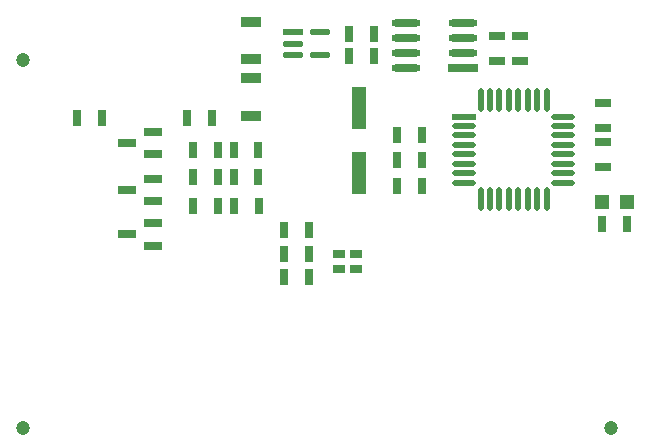
<source format=gtp>
%FSLAX33Y33*%
%MOMM*%
%AMRR-H500000-W2017345-R250000-RO0.000*
21,1,1.517345,0.5,0.,0.,360*
1,1,0.5,-0.7586725,0.*
1,1,0.5,0.7586725,0.*
1,1,0.5,0.7586725,-0.*
1,1,0.5,-0.7586725,0.*%
%AMRR-H2017345-W500000-R250000-RO0.000*
21,1,0.5,1.517345,0.,0.,360*
1,1,0.5,0.,0.7586725*
1,1,0.5,0.,0.7586725*
1,1,0.5,0.,-0.7586725*
1,1,0.5,-0.,-0.7586725*%
%AMRect-W2474066-H622132-RO1.000*
21,1,2.474066,0.622132,0.,0.,180*%
%AMRR-H622132-W2474066-R311066-RO1.000*
21,1,1.851934,0.622132,0.,0.,180*
1,1,0.622132,0.925967,-0.*
1,1,0.622132,-0.925967,-0.*
1,1,0.622132,-0.925967,0.*
1,1,0.622132,0.925967,0.*%
%AMRect-W670710-H1320710-RO1.000*
21,1,0.67071,1.32071,0.,0.,180*%
%AMRect-W670710-H1320710-RO1.500*
21,1,0.67071,1.32071,0.,0.,90*%
%AMRect-W1574348-H617986-RO1.000*
21,1,1.574348,0.617986,0.,0.,180*%
%AMRect-W3500000-H1200000-RO1.500*
21,1,3.5,1.2,0.,0.,90*%
%AMRect-W820710-H1670710-RO1.500*
21,1,0.82071,1.67071,0.,0.,90*%
%AMRect-W670710-H1320710-RO0.500*
21,1,0.67071,1.32071,0.,0.,270*%
%AMRect-W820710-H1670710-RO0.500*
21,1,0.82071,1.67071,0.,0.,270*%
%AMRect-W1200000-H1200000-RO1.000*
21,1,1.2,1.2,0.,0.,180*%
%AMRR-H522474-W1805236-R261237-RO0.000*
21,1,1.282762,0.522474,0.,0.,360*
1,1,0.522474,-0.641381,0.*
1,1,0.522474,0.641381,0.*
1,1,0.522474,0.641381,-0.*
1,1,0.522474,-0.641381,0.*%
%ADD10R,0.67071X1.32071*%
%ADD11R,2.017345X0.5*%
%ADD12RR-H500000-W2017345-R250000-RO0.000*%
%ADD13RR-H2017345-W500000-R250000-RO0.000*%
%ADD14Rect-W2474066-H622132-RO1.000*%
%ADD15RR-H622132-W2474066-R311066-RO1.000*%
%ADD16Rect-W670710-H1320710-RO1.000*%
%ADD17Rect-W670710-H1320710-RO1.500*%
%ADD18Rect-W1574348-H617986-RO1.000*%
%ADD19Rect-W3500000-H1200000-RO1.500*%
%ADD20Rect-W820710-H1670710-RO1.500*%
%ADD21R,1.X0.7*%
%ADD22C,1.2*%
%ADD23Rect-W670710-H1320710-RO0.500*%
%ADD24Rect-W820710-H1670710-RO0.500*%
%ADD25Rect-W1200000-H1200000-RO1.000*%
%ADD26R,1.805236X0.522474*%
%ADD27RR-H522474-W1805236-R261237-RO0.000*%
D10*
%LNtop paste_traces*%
%LNtop paste component 0a1ece96d17ebea2*%
G01*
X20874Y21804D03*
X22974Y21804D03*
%LNtop paste component bc3ea8611caa3e07*%
D11*
X40391Y29390D03*
D12*
X40391Y23790D03*
D13*
X47367Y30766D03*
X44967Y22414D03*
X46567Y22414D03*
D12*
X40391Y28590D03*
X40391Y26190D03*
X40391Y26990D03*
X40391Y24590D03*
D13*
X44167Y22414D03*
D12*
X40391Y25390D03*
X48743Y24590D03*
X48743Y27790D03*
D13*
X43367Y22414D03*
D12*
X48743Y26190D03*
D13*
X42567Y30766D03*
X44167Y30766D03*
D12*
X48743Y26990D03*
X48743Y25390D03*
D13*
X46567Y30766D03*
X44967Y30766D03*
D12*
X48743Y28590D03*
D13*
X41767Y22414D03*
X45767Y30766D03*
D12*
X40391Y27790D03*
D13*
X47367Y22414D03*
X45767Y22414D03*
X43367Y30766D03*
D12*
X48743Y23790D03*
D13*
X41767Y30766D03*
X42567Y22414D03*
D12*
X48743Y29390D03*
%LNtop paste component 9bd7a942015e546a*%
D10*
X20866Y26560D03*
X22966Y26560D03*
%LNtop paste component 8591dcaa33399401*%
X30659Y34540D03*
X32759Y34540D03*
%LNtop paste component 715de8a551f8d0d2*%
D14*
X40265Y33469D03*
D15*
X40265Y34739D03*
X40265Y36009D03*
X40265Y37279D03*
X35433Y37279D03*
X35433Y36009D03*
X35433Y34739D03*
X35433Y33469D03*
%LNtop paste component c5d1b4d132d35c39*%
D16*
X19550Y21816D03*
X17450Y21816D03*
%LNtop paste component 11da1af26442d9e8*%
D17*
X52120Y25140D03*
X52120Y27240D03*
%LNtop paste component 1b9c3ae7aa850f0e*%
D10*
X30659Y36370D03*
X32759Y36370D03*
%LNtop paste component 40c3eb5b698cab48*%
D18*
X14035Y18466D03*
X14035Y20366D03*
X11865Y19416D03*
%LNtop paste component 083346c8b30380df*%
D19*
X31500Y24583D03*
X31500Y30083D03*
%LNtop paste component 814c5c3c6d480639*%
D16*
X27207Y15850D03*
X25107Y15850D03*
%LNtop paste component 1cceaf18e1fac281*%
D18*
X14035Y22247D03*
X14035Y24147D03*
X11865Y23197D03*
%LNtop paste component 8edc88c39419afd6*%
X14035Y26227D03*
X14035Y28127D03*
X11865Y27177D03*
%LNtop paste component 18e4fbd411461424*%
D10*
X25107Y17760D03*
X27207Y17760D03*
%LNtop paste component 3c2fbee2bfd92707*%
D20*
X22300Y29480D03*
X22300Y32630D03*
%LNtop paste component 3ad29614db60c4f9*%
D16*
X19550Y26560D03*
X17450Y26560D03*
%LNtop paste component 3bfeb67455c7a435*%
D21*
X29800Y17720D03*
X31200Y17720D03*
X29800Y16520D03*
X31200Y16520D03*
%LNtop paste component 5cf368a6857aed40*%
D16*
X19015Y29280D03*
X16915Y29280D03*
%LNtop paste component 6e0fb9a0a2af981a*%
X36835Y23512D03*
X34735Y23512D03*
%LNtop paste component 4190dd77f7484c42*%
D22*
X52850Y3000D03*
%LNtop paste component 6d85366a808c8716*%
D23*
X45117Y36185D03*
X45117Y34085D03*
%LNtop paste component ccc2b801174ecec9*%
D24*
X22300Y37432D03*
X22300Y34282D03*
%LNtop paste component 42c4de660b89ae48*%
D22*
X3000Y34150D03*
%LNtop paste component d3b49b9b3ebcc615*%
D16*
X36835Y25673D03*
X34735Y25673D03*
%LNtop paste component 2b1d07057fd146e9*%
D10*
X20866Y24261D03*
X22966Y24261D03*
%LNtop paste component 150f7c3933538442*%
X34735Y27823D03*
X36835Y27823D03*
%LNtop paste component 8cd5750fd74509b5*%
D16*
X9685Y29280D03*
X7585Y29280D03*
%LNtop paste component 2b46ff2cd35e5a06*%
D10*
X52066Y20300D03*
X54166Y20300D03*
%LNtop paste component b91ec1a5d4001e45*%
D22*
X3000Y3000D03*
%LNtop paste component 347d401add0e6cdb*%
D17*
X52120Y28440D03*
X52120Y30540D03*
%LNtop paste component 2905f58f01441a26*%
D25*
X54166Y22150D03*
X52066Y22150D03*
%LNtop paste component 0cb4257de17f4f13*%
D16*
X19550Y24261D03*
X17450Y24261D03*
%LNtop paste component 747d38665b9ef6ba*%
D10*
X25107Y19801D03*
X27207Y19801D03*
%LNtop paste component e2be4b268076fcad*%
D23*
X43127Y36185D03*
X43127Y34085D03*
%LNtop paste component ac6e6022896be475*%
D26*
X25894Y36520D03*
D27*
X25894Y35570D03*
X25894Y34620D03*
X28195Y34620D03*
X28195Y36520D03*
M02*
</source>
